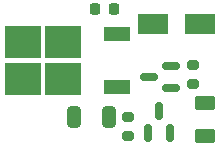
<source format=gbr>
%TF.GenerationSoftware,KiCad,Pcbnew,6.0.0-d3dd2cf0fa~116~ubuntu20.04.1*%
%TF.CreationDate,2022-02-06T14:44:09+01:00*%
%TF.ProjectId,vreg1,76726567-312e-46b6-9963-61645f706362,rev?*%
%TF.SameCoordinates,Original*%
%TF.FileFunction,Paste,Top*%
%TF.FilePolarity,Positive*%
%FSLAX46Y46*%
G04 Gerber Fmt 4.6, Leading zero omitted, Abs format (unit mm)*
G04 Created by KiCad (PCBNEW 6.0.0-d3dd2cf0fa~116~ubuntu20.04.1) date 2022-02-06 14:44:09*
%MOMM*%
%LPD*%
G01*
G04 APERTURE LIST*
G04 Aperture macros list*
%AMRoundRect*
0 Rectangle with rounded corners*
0 $1 Rounding radius*
0 $2 $3 $4 $5 $6 $7 $8 $9 X,Y pos of 4 corners*
0 Add a 4 corners polygon primitive as box body*
4,1,4,$2,$3,$4,$5,$6,$7,$8,$9,$2,$3,0*
0 Add four circle primitives for the rounded corners*
1,1,$1+$1,$2,$3*
1,1,$1+$1,$4,$5*
1,1,$1+$1,$6,$7*
1,1,$1+$1,$8,$9*
0 Add four rect primitives between the rounded corners*
20,1,$1+$1,$2,$3,$4,$5,0*
20,1,$1+$1,$4,$5,$6,$7,0*
20,1,$1+$1,$6,$7,$8,$9,0*
20,1,$1+$1,$8,$9,$2,$3,0*%
G04 Aperture macros list end*
%ADD10RoundRect,0.200000X0.275000X-0.200000X0.275000X0.200000X-0.275000X0.200000X-0.275000X-0.200000X0*%
%ADD11RoundRect,0.150000X0.150000X-0.587500X0.150000X0.587500X-0.150000X0.587500X-0.150000X-0.587500X0*%
%ADD12RoundRect,0.200000X-0.275000X0.200000X-0.275000X-0.200000X0.275000X-0.200000X0.275000X0.200000X0*%
%ADD13RoundRect,0.250000X0.625000X-0.375000X0.625000X0.375000X-0.625000X0.375000X-0.625000X-0.375000X0*%
%ADD14RoundRect,0.150000X0.587500X0.150000X-0.587500X0.150000X-0.587500X-0.150000X0.587500X-0.150000X0*%
%ADD15RoundRect,0.250000X0.325000X0.650000X-0.325000X0.650000X-0.325000X-0.650000X0.325000X-0.650000X0*%
%ADD16RoundRect,0.225000X0.225000X0.250000X-0.225000X0.250000X-0.225000X-0.250000X0.225000X-0.250000X0*%
%ADD17R,3.050000X2.750000*%
%ADD18R,2.200000X1.200000*%
%ADD19R,2.500000X1.800000*%
G04 APERTURE END LIST*
D10*
%TO.C,R2*%
X108700000Y-95825000D03*
X108700000Y-94175000D03*
%TD*%
D11*
%TO.C,Q1*%
X110350000Y-95537500D03*
X112250000Y-95537500D03*
X111300000Y-93662500D03*
%TD*%
D12*
%TO.C,R1*%
X114200000Y-89775000D03*
X114200000Y-91425000D03*
%TD*%
D13*
%TO.C,F1*%
X115200000Y-95800000D03*
X115200000Y-93000000D03*
%TD*%
D14*
%TO.C,Q2*%
X112337500Y-91750000D03*
X112337500Y-89850000D03*
X110462500Y-90800000D03*
%TD*%
D15*
%TO.C,C1*%
X107075000Y-94200000D03*
X104125000Y-94200000D03*
%TD*%
D16*
%TO.C,C2*%
X107475000Y-85000000D03*
X105925000Y-85000000D03*
%TD*%
D17*
%TO.C,U1*%
X99825000Y-90925000D03*
X103175000Y-90925000D03*
X99825000Y-87875000D03*
X103175000Y-87875000D03*
D18*
X107800000Y-91680000D03*
X107800000Y-87120000D03*
%TD*%
D19*
%TO.C,D1*%
X114800000Y-86300000D03*
X110800000Y-86300000D03*
%TD*%
M02*

</source>
